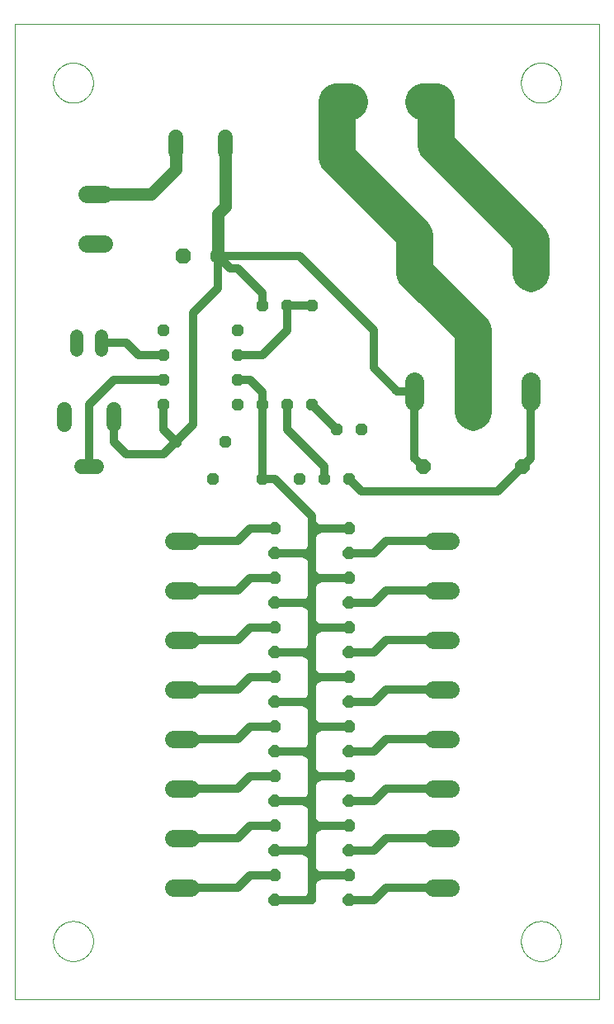
<source format=gtl>
G75*
%MOIN*%
%OFA0B0*%
%FSLAX25Y25*%
%IPPOS*%
%LPD*%
%AMOC8*
5,1,8,0,0,1.08239X$1,22.5*
%
%ADD10C,0.00000*%
%ADD11OC8,0.06300*%
%ADD12C,0.06300*%
%ADD13OC8,0.04800*%
%ADD14C,0.07050*%
%ADD15OC8,0.05906*%
%ADD16OC8,0.05000*%
%ADD17C,0.07800*%
%ADD18OC8,0.04724*%
%ADD19C,0.06000*%
%ADD20OC8,0.06000*%
%ADD21C,0.05400*%
%ADD22C,0.03200*%
%ADD23C,0.15000*%
%ADD24C,0.07087*%
%ADD25C,0.05000*%
%ADD26C,0.02400*%
D10*
X0001256Y0001256D02*
X0001256Y0394957D01*
X0237476Y0394957D01*
X0237476Y0001256D01*
X0001256Y0001256D01*
X0016807Y0024878D02*
X0016809Y0025076D01*
X0016817Y0025274D01*
X0016829Y0025472D01*
X0016846Y0025669D01*
X0016868Y0025866D01*
X0016894Y0026062D01*
X0016926Y0026258D01*
X0016962Y0026453D01*
X0017003Y0026646D01*
X0017049Y0026839D01*
X0017099Y0027031D01*
X0017155Y0027221D01*
X0017214Y0027410D01*
X0017279Y0027597D01*
X0017348Y0027783D01*
X0017421Y0027967D01*
X0017499Y0028149D01*
X0017582Y0028329D01*
X0017669Y0028507D01*
X0017760Y0028683D01*
X0017856Y0028856D01*
X0017955Y0029027D01*
X0018059Y0029196D01*
X0018167Y0029362D01*
X0018279Y0029525D01*
X0018395Y0029686D01*
X0018515Y0029844D01*
X0018639Y0029998D01*
X0018767Y0030150D01*
X0018898Y0030298D01*
X0019033Y0030443D01*
X0019171Y0030585D01*
X0019313Y0030723D01*
X0019458Y0030858D01*
X0019606Y0030989D01*
X0019758Y0031117D01*
X0019912Y0031241D01*
X0020070Y0031361D01*
X0020231Y0031477D01*
X0020394Y0031589D01*
X0020560Y0031697D01*
X0020729Y0031801D01*
X0020900Y0031900D01*
X0021073Y0031996D01*
X0021249Y0032087D01*
X0021427Y0032174D01*
X0021607Y0032257D01*
X0021789Y0032335D01*
X0021973Y0032408D01*
X0022159Y0032477D01*
X0022346Y0032542D01*
X0022535Y0032601D01*
X0022725Y0032657D01*
X0022917Y0032707D01*
X0023110Y0032753D01*
X0023303Y0032794D01*
X0023498Y0032830D01*
X0023694Y0032862D01*
X0023890Y0032888D01*
X0024087Y0032910D01*
X0024284Y0032927D01*
X0024482Y0032939D01*
X0024680Y0032947D01*
X0024878Y0032949D01*
X0025076Y0032947D01*
X0025274Y0032939D01*
X0025472Y0032927D01*
X0025669Y0032910D01*
X0025866Y0032888D01*
X0026062Y0032862D01*
X0026258Y0032830D01*
X0026453Y0032794D01*
X0026646Y0032753D01*
X0026839Y0032707D01*
X0027031Y0032657D01*
X0027221Y0032601D01*
X0027410Y0032542D01*
X0027597Y0032477D01*
X0027783Y0032408D01*
X0027967Y0032335D01*
X0028149Y0032257D01*
X0028329Y0032174D01*
X0028507Y0032087D01*
X0028683Y0031996D01*
X0028856Y0031900D01*
X0029027Y0031801D01*
X0029196Y0031697D01*
X0029362Y0031589D01*
X0029525Y0031477D01*
X0029686Y0031361D01*
X0029844Y0031241D01*
X0029998Y0031117D01*
X0030150Y0030989D01*
X0030298Y0030858D01*
X0030443Y0030723D01*
X0030585Y0030585D01*
X0030723Y0030443D01*
X0030858Y0030298D01*
X0030989Y0030150D01*
X0031117Y0029998D01*
X0031241Y0029844D01*
X0031361Y0029686D01*
X0031477Y0029525D01*
X0031589Y0029362D01*
X0031697Y0029196D01*
X0031801Y0029027D01*
X0031900Y0028856D01*
X0031996Y0028683D01*
X0032087Y0028507D01*
X0032174Y0028329D01*
X0032257Y0028149D01*
X0032335Y0027967D01*
X0032408Y0027783D01*
X0032477Y0027597D01*
X0032542Y0027410D01*
X0032601Y0027221D01*
X0032657Y0027031D01*
X0032707Y0026839D01*
X0032753Y0026646D01*
X0032794Y0026453D01*
X0032830Y0026258D01*
X0032862Y0026062D01*
X0032888Y0025866D01*
X0032910Y0025669D01*
X0032927Y0025472D01*
X0032939Y0025274D01*
X0032947Y0025076D01*
X0032949Y0024878D01*
X0032947Y0024680D01*
X0032939Y0024482D01*
X0032927Y0024284D01*
X0032910Y0024087D01*
X0032888Y0023890D01*
X0032862Y0023694D01*
X0032830Y0023498D01*
X0032794Y0023303D01*
X0032753Y0023110D01*
X0032707Y0022917D01*
X0032657Y0022725D01*
X0032601Y0022535D01*
X0032542Y0022346D01*
X0032477Y0022159D01*
X0032408Y0021973D01*
X0032335Y0021789D01*
X0032257Y0021607D01*
X0032174Y0021427D01*
X0032087Y0021249D01*
X0031996Y0021073D01*
X0031900Y0020900D01*
X0031801Y0020729D01*
X0031697Y0020560D01*
X0031589Y0020394D01*
X0031477Y0020231D01*
X0031361Y0020070D01*
X0031241Y0019912D01*
X0031117Y0019758D01*
X0030989Y0019606D01*
X0030858Y0019458D01*
X0030723Y0019313D01*
X0030585Y0019171D01*
X0030443Y0019033D01*
X0030298Y0018898D01*
X0030150Y0018767D01*
X0029998Y0018639D01*
X0029844Y0018515D01*
X0029686Y0018395D01*
X0029525Y0018279D01*
X0029362Y0018167D01*
X0029196Y0018059D01*
X0029027Y0017955D01*
X0028856Y0017856D01*
X0028683Y0017760D01*
X0028507Y0017669D01*
X0028329Y0017582D01*
X0028149Y0017499D01*
X0027967Y0017421D01*
X0027783Y0017348D01*
X0027597Y0017279D01*
X0027410Y0017214D01*
X0027221Y0017155D01*
X0027031Y0017099D01*
X0026839Y0017049D01*
X0026646Y0017003D01*
X0026453Y0016962D01*
X0026258Y0016926D01*
X0026062Y0016894D01*
X0025866Y0016868D01*
X0025669Y0016846D01*
X0025472Y0016829D01*
X0025274Y0016817D01*
X0025076Y0016809D01*
X0024878Y0016807D01*
X0024680Y0016809D01*
X0024482Y0016817D01*
X0024284Y0016829D01*
X0024087Y0016846D01*
X0023890Y0016868D01*
X0023694Y0016894D01*
X0023498Y0016926D01*
X0023303Y0016962D01*
X0023110Y0017003D01*
X0022917Y0017049D01*
X0022725Y0017099D01*
X0022535Y0017155D01*
X0022346Y0017214D01*
X0022159Y0017279D01*
X0021973Y0017348D01*
X0021789Y0017421D01*
X0021607Y0017499D01*
X0021427Y0017582D01*
X0021249Y0017669D01*
X0021073Y0017760D01*
X0020900Y0017856D01*
X0020729Y0017955D01*
X0020560Y0018059D01*
X0020394Y0018167D01*
X0020231Y0018279D01*
X0020070Y0018395D01*
X0019912Y0018515D01*
X0019758Y0018639D01*
X0019606Y0018767D01*
X0019458Y0018898D01*
X0019313Y0019033D01*
X0019171Y0019171D01*
X0019033Y0019313D01*
X0018898Y0019458D01*
X0018767Y0019606D01*
X0018639Y0019758D01*
X0018515Y0019912D01*
X0018395Y0020070D01*
X0018279Y0020231D01*
X0018167Y0020394D01*
X0018059Y0020560D01*
X0017955Y0020729D01*
X0017856Y0020900D01*
X0017760Y0021073D01*
X0017669Y0021249D01*
X0017582Y0021427D01*
X0017499Y0021607D01*
X0017421Y0021789D01*
X0017348Y0021973D01*
X0017279Y0022159D01*
X0017214Y0022346D01*
X0017155Y0022535D01*
X0017099Y0022725D01*
X0017049Y0022917D01*
X0017003Y0023110D01*
X0016962Y0023303D01*
X0016926Y0023498D01*
X0016894Y0023694D01*
X0016868Y0023890D01*
X0016846Y0024087D01*
X0016829Y0024284D01*
X0016817Y0024482D01*
X0016809Y0024680D01*
X0016807Y0024878D01*
X0205783Y0024878D02*
X0205785Y0025076D01*
X0205793Y0025274D01*
X0205805Y0025472D01*
X0205822Y0025669D01*
X0205844Y0025866D01*
X0205870Y0026062D01*
X0205902Y0026258D01*
X0205938Y0026453D01*
X0205979Y0026646D01*
X0206025Y0026839D01*
X0206075Y0027031D01*
X0206131Y0027221D01*
X0206190Y0027410D01*
X0206255Y0027597D01*
X0206324Y0027783D01*
X0206397Y0027967D01*
X0206475Y0028149D01*
X0206558Y0028329D01*
X0206645Y0028507D01*
X0206736Y0028683D01*
X0206832Y0028856D01*
X0206931Y0029027D01*
X0207035Y0029196D01*
X0207143Y0029362D01*
X0207255Y0029525D01*
X0207371Y0029686D01*
X0207491Y0029844D01*
X0207615Y0029998D01*
X0207743Y0030150D01*
X0207874Y0030298D01*
X0208009Y0030443D01*
X0208147Y0030585D01*
X0208289Y0030723D01*
X0208434Y0030858D01*
X0208582Y0030989D01*
X0208734Y0031117D01*
X0208888Y0031241D01*
X0209046Y0031361D01*
X0209207Y0031477D01*
X0209370Y0031589D01*
X0209536Y0031697D01*
X0209705Y0031801D01*
X0209876Y0031900D01*
X0210049Y0031996D01*
X0210225Y0032087D01*
X0210403Y0032174D01*
X0210583Y0032257D01*
X0210765Y0032335D01*
X0210949Y0032408D01*
X0211135Y0032477D01*
X0211322Y0032542D01*
X0211511Y0032601D01*
X0211701Y0032657D01*
X0211893Y0032707D01*
X0212086Y0032753D01*
X0212279Y0032794D01*
X0212474Y0032830D01*
X0212670Y0032862D01*
X0212866Y0032888D01*
X0213063Y0032910D01*
X0213260Y0032927D01*
X0213458Y0032939D01*
X0213656Y0032947D01*
X0213854Y0032949D01*
X0214052Y0032947D01*
X0214250Y0032939D01*
X0214448Y0032927D01*
X0214645Y0032910D01*
X0214842Y0032888D01*
X0215038Y0032862D01*
X0215234Y0032830D01*
X0215429Y0032794D01*
X0215622Y0032753D01*
X0215815Y0032707D01*
X0216007Y0032657D01*
X0216197Y0032601D01*
X0216386Y0032542D01*
X0216573Y0032477D01*
X0216759Y0032408D01*
X0216943Y0032335D01*
X0217125Y0032257D01*
X0217305Y0032174D01*
X0217483Y0032087D01*
X0217659Y0031996D01*
X0217832Y0031900D01*
X0218003Y0031801D01*
X0218172Y0031697D01*
X0218338Y0031589D01*
X0218501Y0031477D01*
X0218662Y0031361D01*
X0218820Y0031241D01*
X0218974Y0031117D01*
X0219126Y0030989D01*
X0219274Y0030858D01*
X0219419Y0030723D01*
X0219561Y0030585D01*
X0219699Y0030443D01*
X0219834Y0030298D01*
X0219965Y0030150D01*
X0220093Y0029998D01*
X0220217Y0029844D01*
X0220337Y0029686D01*
X0220453Y0029525D01*
X0220565Y0029362D01*
X0220673Y0029196D01*
X0220777Y0029027D01*
X0220876Y0028856D01*
X0220972Y0028683D01*
X0221063Y0028507D01*
X0221150Y0028329D01*
X0221233Y0028149D01*
X0221311Y0027967D01*
X0221384Y0027783D01*
X0221453Y0027597D01*
X0221518Y0027410D01*
X0221577Y0027221D01*
X0221633Y0027031D01*
X0221683Y0026839D01*
X0221729Y0026646D01*
X0221770Y0026453D01*
X0221806Y0026258D01*
X0221838Y0026062D01*
X0221864Y0025866D01*
X0221886Y0025669D01*
X0221903Y0025472D01*
X0221915Y0025274D01*
X0221923Y0025076D01*
X0221925Y0024878D01*
X0221923Y0024680D01*
X0221915Y0024482D01*
X0221903Y0024284D01*
X0221886Y0024087D01*
X0221864Y0023890D01*
X0221838Y0023694D01*
X0221806Y0023498D01*
X0221770Y0023303D01*
X0221729Y0023110D01*
X0221683Y0022917D01*
X0221633Y0022725D01*
X0221577Y0022535D01*
X0221518Y0022346D01*
X0221453Y0022159D01*
X0221384Y0021973D01*
X0221311Y0021789D01*
X0221233Y0021607D01*
X0221150Y0021427D01*
X0221063Y0021249D01*
X0220972Y0021073D01*
X0220876Y0020900D01*
X0220777Y0020729D01*
X0220673Y0020560D01*
X0220565Y0020394D01*
X0220453Y0020231D01*
X0220337Y0020070D01*
X0220217Y0019912D01*
X0220093Y0019758D01*
X0219965Y0019606D01*
X0219834Y0019458D01*
X0219699Y0019313D01*
X0219561Y0019171D01*
X0219419Y0019033D01*
X0219274Y0018898D01*
X0219126Y0018767D01*
X0218974Y0018639D01*
X0218820Y0018515D01*
X0218662Y0018395D01*
X0218501Y0018279D01*
X0218338Y0018167D01*
X0218172Y0018059D01*
X0218003Y0017955D01*
X0217832Y0017856D01*
X0217659Y0017760D01*
X0217483Y0017669D01*
X0217305Y0017582D01*
X0217125Y0017499D01*
X0216943Y0017421D01*
X0216759Y0017348D01*
X0216573Y0017279D01*
X0216386Y0017214D01*
X0216197Y0017155D01*
X0216007Y0017099D01*
X0215815Y0017049D01*
X0215622Y0017003D01*
X0215429Y0016962D01*
X0215234Y0016926D01*
X0215038Y0016894D01*
X0214842Y0016868D01*
X0214645Y0016846D01*
X0214448Y0016829D01*
X0214250Y0016817D01*
X0214052Y0016809D01*
X0213854Y0016807D01*
X0213656Y0016809D01*
X0213458Y0016817D01*
X0213260Y0016829D01*
X0213063Y0016846D01*
X0212866Y0016868D01*
X0212670Y0016894D01*
X0212474Y0016926D01*
X0212279Y0016962D01*
X0212086Y0017003D01*
X0211893Y0017049D01*
X0211701Y0017099D01*
X0211511Y0017155D01*
X0211322Y0017214D01*
X0211135Y0017279D01*
X0210949Y0017348D01*
X0210765Y0017421D01*
X0210583Y0017499D01*
X0210403Y0017582D01*
X0210225Y0017669D01*
X0210049Y0017760D01*
X0209876Y0017856D01*
X0209705Y0017955D01*
X0209536Y0018059D01*
X0209370Y0018167D01*
X0209207Y0018279D01*
X0209046Y0018395D01*
X0208888Y0018515D01*
X0208734Y0018639D01*
X0208582Y0018767D01*
X0208434Y0018898D01*
X0208289Y0019033D01*
X0208147Y0019171D01*
X0208009Y0019313D01*
X0207874Y0019458D01*
X0207743Y0019606D01*
X0207615Y0019758D01*
X0207491Y0019912D01*
X0207371Y0020070D01*
X0207255Y0020231D01*
X0207143Y0020394D01*
X0207035Y0020560D01*
X0206931Y0020729D01*
X0206832Y0020900D01*
X0206736Y0021073D01*
X0206645Y0021249D01*
X0206558Y0021427D01*
X0206475Y0021607D01*
X0206397Y0021789D01*
X0206324Y0021973D01*
X0206255Y0022159D01*
X0206190Y0022346D01*
X0206131Y0022535D01*
X0206075Y0022725D01*
X0206025Y0022917D01*
X0205979Y0023110D01*
X0205938Y0023303D01*
X0205902Y0023498D01*
X0205870Y0023694D01*
X0205844Y0023890D01*
X0205822Y0024087D01*
X0205805Y0024284D01*
X0205793Y0024482D01*
X0205785Y0024680D01*
X0205783Y0024878D01*
X0205783Y0371335D02*
X0205785Y0371533D01*
X0205793Y0371731D01*
X0205805Y0371929D01*
X0205822Y0372126D01*
X0205844Y0372323D01*
X0205870Y0372519D01*
X0205902Y0372715D01*
X0205938Y0372910D01*
X0205979Y0373103D01*
X0206025Y0373296D01*
X0206075Y0373488D01*
X0206131Y0373678D01*
X0206190Y0373867D01*
X0206255Y0374054D01*
X0206324Y0374240D01*
X0206397Y0374424D01*
X0206475Y0374606D01*
X0206558Y0374786D01*
X0206645Y0374964D01*
X0206736Y0375140D01*
X0206832Y0375313D01*
X0206931Y0375484D01*
X0207035Y0375653D01*
X0207143Y0375819D01*
X0207255Y0375982D01*
X0207371Y0376143D01*
X0207491Y0376301D01*
X0207615Y0376455D01*
X0207743Y0376607D01*
X0207874Y0376755D01*
X0208009Y0376900D01*
X0208147Y0377042D01*
X0208289Y0377180D01*
X0208434Y0377315D01*
X0208582Y0377446D01*
X0208734Y0377574D01*
X0208888Y0377698D01*
X0209046Y0377818D01*
X0209207Y0377934D01*
X0209370Y0378046D01*
X0209536Y0378154D01*
X0209705Y0378258D01*
X0209876Y0378357D01*
X0210049Y0378453D01*
X0210225Y0378544D01*
X0210403Y0378631D01*
X0210583Y0378714D01*
X0210765Y0378792D01*
X0210949Y0378865D01*
X0211135Y0378934D01*
X0211322Y0378999D01*
X0211511Y0379058D01*
X0211701Y0379114D01*
X0211893Y0379164D01*
X0212086Y0379210D01*
X0212279Y0379251D01*
X0212474Y0379287D01*
X0212670Y0379319D01*
X0212866Y0379345D01*
X0213063Y0379367D01*
X0213260Y0379384D01*
X0213458Y0379396D01*
X0213656Y0379404D01*
X0213854Y0379406D01*
X0214052Y0379404D01*
X0214250Y0379396D01*
X0214448Y0379384D01*
X0214645Y0379367D01*
X0214842Y0379345D01*
X0215038Y0379319D01*
X0215234Y0379287D01*
X0215429Y0379251D01*
X0215622Y0379210D01*
X0215815Y0379164D01*
X0216007Y0379114D01*
X0216197Y0379058D01*
X0216386Y0378999D01*
X0216573Y0378934D01*
X0216759Y0378865D01*
X0216943Y0378792D01*
X0217125Y0378714D01*
X0217305Y0378631D01*
X0217483Y0378544D01*
X0217659Y0378453D01*
X0217832Y0378357D01*
X0218003Y0378258D01*
X0218172Y0378154D01*
X0218338Y0378046D01*
X0218501Y0377934D01*
X0218662Y0377818D01*
X0218820Y0377698D01*
X0218974Y0377574D01*
X0219126Y0377446D01*
X0219274Y0377315D01*
X0219419Y0377180D01*
X0219561Y0377042D01*
X0219699Y0376900D01*
X0219834Y0376755D01*
X0219965Y0376607D01*
X0220093Y0376455D01*
X0220217Y0376301D01*
X0220337Y0376143D01*
X0220453Y0375982D01*
X0220565Y0375819D01*
X0220673Y0375653D01*
X0220777Y0375484D01*
X0220876Y0375313D01*
X0220972Y0375140D01*
X0221063Y0374964D01*
X0221150Y0374786D01*
X0221233Y0374606D01*
X0221311Y0374424D01*
X0221384Y0374240D01*
X0221453Y0374054D01*
X0221518Y0373867D01*
X0221577Y0373678D01*
X0221633Y0373488D01*
X0221683Y0373296D01*
X0221729Y0373103D01*
X0221770Y0372910D01*
X0221806Y0372715D01*
X0221838Y0372519D01*
X0221864Y0372323D01*
X0221886Y0372126D01*
X0221903Y0371929D01*
X0221915Y0371731D01*
X0221923Y0371533D01*
X0221925Y0371335D01*
X0221923Y0371137D01*
X0221915Y0370939D01*
X0221903Y0370741D01*
X0221886Y0370544D01*
X0221864Y0370347D01*
X0221838Y0370151D01*
X0221806Y0369955D01*
X0221770Y0369760D01*
X0221729Y0369567D01*
X0221683Y0369374D01*
X0221633Y0369182D01*
X0221577Y0368992D01*
X0221518Y0368803D01*
X0221453Y0368616D01*
X0221384Y0368430D01*
X0221311Y0368246D01*
X0221233Y0368064D01*
X0221150Y0367884D01*
X0221063Y0367706D01*
X0220972Y0367530D01*
X0220876Y0367357D01*
X0220777Y0367186D01*
X0220673Y0367017D01*
X0220565Y0366851D01*
X0220453Y0366688D01*
X0220337Y0366527D01*
X0220217Y0366369D01*
X0220093Y0366215D01*
X0219965Y0366063D01*
X0219834Y0365915D01*
X0219699Y0365770D01*
X0219561Y0365628D01*
X0219419Y0365490D01*
X0219274Y0365355D01*
X0219126Y0365224D01*
X0218974Y0365096D01*
X0218820Y0364972D01*
X0218662Y0364852D01*
X0218501Y0364736D01*
X0218338Y0364624D01*
X0218172Y0364516D01*
X0218003Y0364412D01*
X0217832Y0364313D01*
X0217659Y0364217D01*
X0217483Y0364126D01*
X0217305Y0364039D01*
X0217125Y0363956D01*
X0216943Y0363878D01*
X0216759Y0363805D01*
X0216573Y0363736D01*
X0216386Y0363671D01*
X0216197Y0363612D01*
X0216007Y0363556D01*
X0215815Y0363506D01*
X0215622Y0363460D01*
X0215429Y0363419D01*
X0215234Y0363383D01*
X0215038Y0363351D01*
X0214842Y0363325D01*
X0214645Y0363303D01*
X0214448Y0363286D01*
X0214250Y0363274D01*
X0214052Y0363266D01*
X0213854Y0363264D01*
X0213656Y0363266D01*
X0213458Y0363274D01*
X0213260Y0363286D01*
X0213063Y0363303D01*
X0212866Y0363325D01*
X0212670Y0363351D01*
X0212474Y0363383D01*
X0212279Y0363419D01*
X0212086Y0363460D01*
X0211893Y0363506D01*
X0211701Y0363556D01*
X0211511Y0363612D01*
X0211322Y0363671D01*
X0211135Y0363736D01*
X0210949Y0363805D01*
X0210765Y0363878D01*
X0210583Y0363956D01*
X0210403Y0364039D01*
X0210225Y0364126D01*
X0210049Y0364217D01*
X0209876Y0364313D01*
X0209705Y0364412D01*
X0209536Y0364516D01*
X0209370Y0364624D01*
X0209207Y0364736D01*
X0209046Y0364852D01*
X0208888Y0364972D01*
X0208734Y0365096D01*
X0208582Y0365224D01*
X0208434Y0365355D01*
X0208289Y0365490D01*
X0208147Y0365628D01*
X0208009Y0365770D01*
X0207874Y0365915D01*
X0207743Y0366063D01*
X0207615Y0366215D01*
X0207491Y0366369D01*
X0207371Y0366527D01*
X0207255Y0366688D01*
X0207143Y0366851D01*
X0207035Y0367017D01*
X0206931Y0367186D01*
X0206832Y0367357D01*
X0206736Y0367530D01*
X0206645Y0367706D01*
X0206558Y0367884D01*
X0206475Y0368064D01*
X0206397Y0368246D01*
X0206324Y0368430D01*
X0206255Y0368616D01*
X0206190Y0368803D01*
X0206131Y0368992D01*
X0206075Y0369182D01*
X0206025Y0369374D01*
X0205979Y0369567D01*
X0205938Y0369760D01*
X0205902Y0369955D01*
X0205870Y0370151D01*
X0205844Y0370347D01*
X0205822Y0370544D01*
X0205805Y0370741D01*
X0205793Y0370939D01*
X0205785Y0371137D01*
X0205783Y0371335D01*
X0016807Y0371335D02*
X0016809Y0371533D01*
X0016817Y0371731D01*
X0016829Y0371929D01*
X0016846Y0372126D01*
X0016868Y0372323D01*
X0016894Y0372519D01*
X0016926Y0372715D01*
X0016962Y0372910D01*
X0017003Y0373103D01*
X0017049Y0373296D01*
X0017099Y0373488D01*
X0017155Y0373678D01*
X0017214Y0373867D01*
X0017279Y0374054D01*
X0017348Y0374240D01*
X0017421Y0374424D01*
X0017499Y0374606D01*
X0017582Y0374786D01*
X0017669Y0374964D01*
X0017760Y0375140D01*
X0017856Y0375313D01*
X0017955Y0375484D01*
X0018059Y0375653D01*
X0018167Y0375819D01*
X0018279Y0375982D01*
X0018395Y0376143D01*
X0018515Y0376301D01*
X0018639Y0376455D01*
X0018767Y0376607D01*
X0018898Y0376755D01*
X0019033Y0376900D01*
X0019171Y0377042D01*
X0019313Y0377180D01*
X0019458Y0377315D01*
X0019606Y0377446D01*
X0019758Y0377574D01*
X0019912Y0377698D01*
X0020070Y0377818D01*
X0020231Y0377934D01*
X0020394Y0378046D01*
X0020560Y0378154D01*
X0020729Y0378258D01*
X0020900Y0378357D01*
X0021073Y0378453D01*
X0021249Y0378544D01*
X0021427Y0378631D01*
X0021607Y0378714D01*
X0021789Y0378792D01*
X0021973Y0378865D01*
X0022159Y0378934D01*
X0022346Y0378999D01*
X0022535Y0379058D01*
X0022725Y0379114D01*
X0022917Y0379164D01*
X0023110Y0379210D01*
X0023303Y0379251D01*
X0023498Y0379287D01*
X0023694Y0379319D01*
X0023890Y0379345D01*
X0024087Y0379367D01*
X0024284Y0379384D01*
X0024482Y0379396D01*
X0024680Y0379404D01*
X0024878Y0379406D01*
X0025076Y0379404D01*
X0025274Y0379396D01*
X0025472Y0379384D01*
X0025669Y0379367D01*
X0025866Y0379345D01*
X0026062Y0379319D01*
X0026258Y0379287D01*
X0026453Y0379251D01*
X0026646Y0379210D01*
X0026839Y0379164D01*
X0027031Y0379114D01*
X0027221Y0379058D01*
X0027410Y0378999D01*
X0027597Y0378934D01*
X0027783Y0378865D01*
X0027967Y0378792D01*
X0028149Y0378714D01*
X0028329Y0378631D01*
X0028507Y0378544D01*
X0028683Y0378453D01*
X0028856Y0378357D01*
X0029027Y0378258D01*
X0029196Y0378154D01*
X0029362Y0378046D01*
X0029525Y0377934D01*
X0029686Y0377818D01*
X0029844Y0377698D01*
X0029998Y0377574D01*
X0030150Y0377446D01*
X0030298Y0377315D01*
X0030443Y0377180D01*
X0030585Y0377042D01*
X0030723Y0376900D01*
X0030858Y0376755D01*
X0030989Y0376607D01*
X0031117Y0376455D01*
X0031241Y0376301D01*
X0031361Y0376143D01*
X0031477Y0375982D01*
X0031589Y0375819D01*
X0031697Y0375653D01*
X0031801Y0375484D01*
X0031900Y0375313D01*
X0031996Y0375140D01*
X0032087Y0374964D01*
X0032174Y0374786D01*
X0032257Y0374606D01*
X0032335Y0374424D01*
X0032408Y0374240D01*
X0032477Y0374054D01*
X0032542Y0373867D01*
X0032601Y0373678D01*
X0032657Y0373488D01*
X0032707Y0373296D01*
X0032753Y0373103D01*
X0032794Y0372910D01*
X0032830Y0372715D01*
X0032862Y0372519D01*
X0032888Y0372323D01*
X0032910Y0372126D01*
X0032927Y0371929D01*
X0032939Y0371731D01*
X0032947Y0371533D01*
X0032949Y0371335D01*
X0032947Y0371137D01*
X0032939Y0370939D01*
X0032927Y0370741D01*
X0032910Y0370544D01*
X0032888Y0370347D01*
X0032862Y0370151D01*
X0032830Y0369955D01*
X0032794Y0369760D01*
X0032753Y0369567D01*
X0032707Y0369374D01*
X0032657Y0369182D01*
X0032601Y0368992D01*
X0032542Y0368803D01*
X0032477Y0368616D01*
X0032408Y0368430D01*
X0032335Y0368246D01*
X0032257Y0368064D01*
X0032174Y0367884D01*
X0032087Y0367706D01*
X0031996Y0367530D01*
X0031900Y0367357D01*
X0031801Y0367186D01*
X0031697Y0367017D01*
X0031589Y0366851D01*
X0031477Y0366688D01*
X0031361Y0366527D01*
X0031241Y0366369D01*
X0031117Y0366215D01*
X0030989Y0366063D01*
X0030858Y0365915D01*
X0030723Y0365770D01*
X0030585Y0365628D01*
X0030443Y0365490D01*
X0030298Y0365355D01*
X0030150Y0365224D01*
X0029998Y0365096D01*
X0029844Y0364972D01*
X0029686Y0364852D01*
X0029525Y0364736D01*
X0029362Y0364624D01*
X0029196Y0364516D01*
X0029027Y0364412D01*
X0028856Y0364313D01*
X0028683Y0364217D01*
X0028507Y0364126D01*
X0028329Y0364039D01*
X0028149Y0363956D01*
X0027967Y0363878D01*
X0027783Y0363805D01*
X0027597Y0363736D01*
X0027410Y0363671D01*
X0027221Y0363612D01*
X0027031Y0363556D01*
X0026839Y0363506D01*
X0026646Y0363460D01*
X0026453Y0363419D01*
X0026258Y0363383D01*
X0026062Y0363351D01*
X0025866Y0363325D01*
X0025669Y0363303D01*
X0025472Y0363286D01*
X0025274Y0363274D01*
X0025076Y0363266D01*
X0024878Y0363264D01*
X0024680Y0363266D01*
X0024482Y0363274D01*
X0024284Y0363286D01*
X0024087Y0363303D01*
X0023890Y0363325D01*
X0023694Y0363351D01*
X0023498Y0363383D01*
X0023303Y0363419D01*
X0023110Y0363460D01*
X0022917Y0363506D01*
X0022725Y0363556D01*
X0022535Y0363612D01*
X0022346Y0363671D01*
X0022159Y0363736D01*
X0021973Y0363805D01*
X0021789Y0363878D01*
X0021607Y0363956D01*
X0021427Y0364039D01*
X0021249Y0364126D01*
X0021073Y0364217D01*
X0020900Y0364313D01*
X0020729Y0364412D01*
X0020560Y0364516D01*
X0020394Y0364624D01*
X0020231Y0364736D01*
X0020070Y0364852D01*
X0019912Y0364972D01*
X0019758Y0365096D01*
X0019606Y0365224D01*
X0019458Y0365355D01*
X0019313Y0365490D01*
X0019171Y0365628D01*
X0019033Y0365770D01*
X0018898Y0365915D01*
X0018767Y0366063D01*
X0018639Y0366215D01*
X0018515Y0366369D01*
X0018395Y0366527D01*
X0018279Y0366688D01*
X0018167Y0366851D01*
X0018059Y0367017D01*
X0017955Y0367186D01*
X0017856Y0367357D01*
X0017760Y0367530D01*
X0017669Y0367706D01*
X0017582Y0367884D01*
X0017499Y0368064D01*
X0017421Y0368246D01*
X0017348Y0368430D01*
X0017279Y0368616D01*
X0017214Y0368803D01*
X0017155Y0368992D01*
X0017099Y0369182D01*
X0017049Y0369374D01*
X0017003Y0369567D01*
X0016962Y0369760D01*
X0016926Y0369955D01*
X0016894Y0370151D01*
X0016868Y0370347D01*
X0016846Y0370544D01*
X0016829Y0370741D01*
X0016817Y0370939D01*
X0016809Y0371137D01*
X0016807Y0371335D01*
D11*
X0069256Y0301256D03*
D12*
X0083256Y0301256D03*
D13*
X0101256Y0281256D03*
X0111256Y0281256D03*
X0121256Y0281256D03*
X0121256Y0241256D03*
X0111256Y0241256D03*
X0101256Y0241256D03*
X0086256Y0226256D03*
X0081256Y0211256D03*
X0066256Y0226256D03*
X0101256Y0211256D03*
X0131256Y0231256D03*
X0141256Y0231256D03*
D14*
X0170231Y0186256D02*
X0177281Y0186256D01*
X0177281Y0166256D02*
X0170231Y0166256D01*
X0170231Y0146256D02*
X0177281Y0146256D01*
X0177281Y0126256D02*
X0170231Y0126256D01*
X0170231Y0106256D02*
X0177281Y0106256D01*
X0177281Y0086256D02*
X0170231Y0086256D01*
X0170231Y0066256D02*
X0177281Y0066256D01*
X0177281Y0046256D02*
X0170231Y0046256D01*
X0072281Y0046256D02*
X0065231Y0046256D01*
X0065231Y0066256D02*
X0072281Y0066256D01*
X0072281Y0086256D02*
X0065231Y0086256D01*
X0065231Y0106256D02*
X0072281Y0106256D01*
X0072281Y0126256D02*
X0065231Y0126256D01*
X0065231Y0146256D02*
X0072281Y0146256D01*
X0072281Y0166256D02*
X0065231Y0166256D01*
X0065231Y0186256D02*
X0072281Y0186256D01*
X0037281Y0306256D02*
X0030231Y0306256D01*
X0030231Y0326256D02*
X0037281Y0326256D01*
X0131256Y0360231D02*
X0131256Y0367281D01*
X0171256Y0367281D02*
X0171256Y0360231D01*
D15*
X0166256Y0216256D03*
X0206256Y0216256D03*
D16*
X0136256Y0191256D03*
X0136256Y0181256D03*
X0136256Y0171256D03*
X0136256Y0161256D03*
X0136256Y0151256D03*
X0136256Y0141256D03*
X0136256Y0131256D03*
X0136256Y0121256D03*
X0136256Y0111256D03*
X0136256Y0101256D03*
X0136256Y0091256D03*
X0136256Y0081256D03*
X0136256Y0071256D03*
X0136256Y0061256D03*
X0136256Y0051256D03*
X0136256Y0041256D03*
X0106256Y0041256D03*
X0106256Y0051256D03*
X0106256Y0061256D03*
X0106256Y0071256D03*
X0106256Y0081256D03*
X0106256Y0091256D03*
X0106256Y0101256D03*
X0106256Y0111256D03*
X0106256Y0121256D03*
X0106256Y0131256D03*
X0106256Y0141256D03*
X0106256Y0151256D03*
X0106256Y0161256D03*
X0106256Y0171256D03*
X0106256Y0181256D03*
X0106256Y0191256D03*
D17*
X0162756Y0242856D02*
X0162756Y0250656D01*
X0186256Y0242656D02*
X0186256Y0234856D01*
X0209756Y0242856D02*
X0209756Y0250656D01*
X0209756Y0290856D02*
X0209756Y0298656D01*
X0162756Y0298656D02*
X0162756Y0290856D01*
D18*
X0171256Y0286256D03*
X0181256Y0276256D03*
X0186256Y0266256D03*
X0186256Y0251256D03*
X0206256Y0311256D03*
X0196256Y0321256D03*
X0181256Y0336256D03*
X0171256Y0346256D03*
X0151256Y0321256D03*
X0161256Y0311256D03*
X0136256Y0336256D03*
X0131256Y0346256D03*
X0091256Y0271256D03*
X0091256Y0261256D03*
X0091256Y0251256D03*
X0091256Y0241256D03*
X0116256Y0211256D03*
X0126256Y0211256D03*
X0136256Y0211256D03*
X0061256Y0241256D03*
X0061256Y0251256D03*
X0061256Y0261256D03*
X0061256Y0271256D03*
D19*
X0041256Y0239256D02*
X0041256Y0233256D01*
X0034256Y0216256D02*
X0028256Y0216256D01*
X0021256Y0233256D02*
X0021256Y0239256D01*
X0066256Y0343256D02*
X0066256Y0349256D01*
X0086256Y0349256D02*
X0086256Y0343256D01*
D20*
X0146256Y0331256D03*
X0186256Y0331256D03*
D21*
X0036256Y0268956D02*
X0036256Y0263556D01*
X0026256Y0263556D02*
X0026256Y0268956D01*
D22*
X0036256Y0266256D02*
X0046256Y0266256D01*
X0051256Y0261256D01*
X0061256Y0261256D01*
X0061256Y0251256D02*
X0041256Y0251256D01*
X0031256Y0241256D01*
X0031256Y0216256D01*
X0041256Y0226256D02*
X0046256Y0221256D01*
X0061256Y0221256D01*
X0066256Y0226256D01*
X0073256Y0233256D01*
X0073256Y0278256D01*
X0083256Y0288256D01*
X0083256Y0301256D01*
X0088256Y0296256D01*
X0091256Y0296256D01*
X0101256Y0286256D01*
X0101256Y0281256D01*
X0111256Y0281256D02*
X0111256Y0271256D01*
X0101256Y0261256D01*
X0091256Y0261256D01*
X0091256Y0251256D02*
X0096256Y0251256D01*
X0101256Y0246256D01*
X0101256Y0241256D01*
X0101256Y0211256D01*
X0106256Y0211256D01*
X0121256Y0196256D01*
X0121256Y0191256D01*
X0126256Y0191256D01*
X0136256Y0191256D01*
X0136256Y0181256D02*
X0146256Y0181256D01*
X0151256Y0186256D01*
X0173756Y0186256D01*
X0173756Y0166256D02*
X0151256Y0166256D01*
X0146256Y0161256D01*
X0136256Y0161256D01*
X0136256Y0151256D02*
X0126256Y0151256D01*
X0121256Y0151256D01*
X0121256Y0146256D01*
X0121256Y0141256D01*
X0116256Y0141256D01*
X0106256Y0141256D01*
X0106256Y0151256D02*
X0096256Y0151256D01*
X0091256Y0146256D01*
X0068756Y0146256D01*
X0068756Y0166256D02*
X0091256Y0166256D01*
X0096256Y0171256D01*
X0106256Y0171256D01*
X0106256Y0181256D02*
X0116256Y0181256D01*
X0121256Y0181256D01*
X0121256Y0176256D01*
X0121256Y0171256D01*
X0126256Y0171256D01*
X0136256Y0171256D01*
X0121256Y0171256D02*
X0121256Y0166256D01*
X0121256Y0161256D01*
X0116256Y0161256D01*
X0106256Y0161256D01*
X0121256Y0161256D02*
X0121256Y0156256D01*
X0121256Y0151256D01*
X0121256Y0141256D02*
X0121256Y0136256D01*
X0121256Y0131256D01*
X0126256Y0131256D01*
X0136256Y0131256D01*
X0136256Y0121256D02*
X0146256Y0121256D01*
X0151256Y0126256D01*
X0173756Y0126256D01*
X0173756Y0146256D02*
X0151256Y0146256D01*
X0146256Y0141256D01*
X0136256Y0141256D01*
X0121256Y0131256D02*
X0121256Y0126256D01*
X0121256Y0121256D01*
X0116256Y0121256D01*
X0106256Y0121256D01*
X0106256Y0131256D02*
X0096256Y0131256D01*
X0091256Y0126256D01*
X0068756Y0126256D01*
X0068756Y0106256D02*
X0091256Y0106256D01*
X0096256Y0111256D01*
X0106256Y0111256D01*
X0106256Y0101256D02*
X0116256Y0101256D01*
X0121256Y0101256D01*
X0121256Y0096256D01*
X0121256Y0091256D01*
X0126256Y0091256D01*
X0136256Y0091256D01*
X0136256Y0081256D02*
X0146256Y0081256D01*
X0151256Y0086256D01*
X0173756Y0086256D01*
X0173756Y0106256D02*
X0151256Y0106256D01*
X0146256Y0101256D01*
X0136256Y0101256D01*
X0136256Y0111256D02*
X0126256Y0111256D01*
X0121256Y0111256D01*
X0121256Y0106256D01*
X0121256Y0101256D01*
X0121256Y0111256D02*
X0121256Y0116256D01*
X0121256Y0121256D01*
X0121256Y0091256D02*
X0121256Y0086256D01*
X0121256Y0081256D01*
X0116256Y0081256D01*
X0106256Y0081256D01*
X0106256Y0091256D02*
X0096256Y0091256D01*
X0091256Y0086256D01*
X0068756Y0086256D01*
X0068756Y0066256D02*
X0091256Y0066256D01*
X0096256Y0071256D01*
X0106256Y0071256D01*
X0106256Y0061256D02*
X0116256Y0061256D01*
X0121256Y0061256D01*
X0121256Y0056256D01*
X0121256Y0051256D01*
X0126256Y0051256D01*
X0136256Y0051256D01*
X0136256Y0061256D02*
X0146256Y0061256D01*
X0151256Y0066256D01*
X0173756Y0066256D01*
X0173756Y0046256D02*
X0151256Y0046256D01*
X0146256Y0041256D01*
X0136256Y0041256D01*
X0121256Y0041256D02*
X0116256Y0041256D01*
X0106256Y0041256D01*
X0106256Y0051256D02*
X0096256Y0051256D01*
X0091256Y0046256D01*
X0068756Y0046256D01*
X0121256Y0046256D02*
X0121256Y0041256D01*
X0121256Y0046256D02*
X0121256Y0051256D01*
X0121256Y0061256D02*
X0121256Y0066256D01*
X0121256Y0071256D01*
X0126256Y0071256D01*
X0136256Y0071256D01*
X0121256Y0071256D02*
X0121256Y0076256D01*
X0121256Y0081256D01*
X0121256Y0181256D02*
X0121256Y0186256D01*
X0121256Y0191256D01*
X0126256Y0211256D02*
X0126256Y0216256D01*
X0111256Y0231256D01*
X0111256Y0241256D01*
X0121256Y0241256D02*
X0131256Y0231256D01*
X0136256Y0211256D02*
X0141256Y0206256D01*
X0196256Y0206256D01*
X0206256Y0216256D01*
X0209756Y0219756D01*
X0209756Y0246756D01*
X0166256Y0216256D02*
X0162756Y0219756D01*
X0162756Y0246756D01*
X0155756Y0246756D01*
X0146256Y0256256D01*
X0146256Y0271256D01*
X0116256Y0301256D01*
X0083256Y0301256D01*
X0111256Y0281256D02*
X0121256Y0281256D01*
X0141256Y0331256D02*
X0146256Y0331256D01*
X0061256Y0231256D02*
X0066256Y0226256D01*
X0061256Y0231256D02*
X0061256Y0241256D01*
X0041256Y0236256D02*
X0041256Y0226256D01*
X0068756Y0186256D02*
X0091256Y0186256D01*
X0096256Y0191256D01*
X0106256Y0191256D01*
D23*
X0171256Y0286256D02*
X0162756Y0294756D01*
X0162756Y0309756D01*
X0161256Y0311256D01*
X0151256Y0321256D01*
X0141256Y0331256D01*
X0136256Y0336256D01*
X0131256Y0341256D01*
X0131256Y0346256D01*
X0131256Y0363756D01*
X0136256Y0363756D01*
X0166256Y0363756D02*
X0171256Y0363756D01*
X0171256Y0346256D01*
X0181256Y0336256D01*
X0186256Y0331256D01*
X0196256Y0321256D01*
X0206256Y0311256D01*
X0209756Y0307756D01*
X0209756Y0294756D01*
X0186256Y0271256D02*
X0186256Y0266256D01*
X0186256Y0251256D01*
X0186256Y0238756D01*
X0186256Y0271256D02*
X0181256Y0276256D01*
X0171256Y0286256D01*
D24*
X0166256Y0363756D03*
X0136256Y0363756D03*
D25*
X0086256Y0346256D02*
X0086256Y0321256D01*
X0083256Y0318256D01*
X0083256Y0301256D01*
X0056256Y0326256D02*
X0066256Y0336256D01*
X0066256Y0346256D01*
X0056256Y0326256D02*
X0033756Y0326256D01*
D26*
X0121256Y0186256D02*
X0121254Y0186116D01*
X0121248Y0185976D01*
X0121238Y0185836D01*
X0121225Y0185696D01*
X0121207Y0185557D01*
X0121185Y0185418D01*
X0121160Y0185281D01*
X0121131Y0185143D01*
X0121098Y0185007D01*
X0121061Y0184872D01*
X0121020Y0184738D01*
X0120975Y0184605D01*
X0120927Y0184473D01*
X0120875Y0184343D01*
X0120820Y0184214D01*
X0120761Y0184087D01*
X0120698Y0183961D01*
X0120632Y0183837D01*
X0120563Y0183716D01*
X0120490Y0183596D01*
X0120413Y0183478D01*
X0120334Y0183363D01*
X0120251Y0183249D01*
X0120165Y0183139D01*
X0120076Y0183030D01*
X0119984Y0182924D01*
X0119889Y0182821D01*
X0119792Y0182720D01*
X0119691Y0182623D01*
X0119588Y0182528D01*
X0119482Y0182436D01*
X0119373Y0182347D01*
X0119263Y0182261D01*
X0119149Y0182178D01*
X0119034Y0182099D01*
X0118916Y0182022D01*
X0118796Y0181949D01*
X0118675Y0181880D01*
X0118551Y0181814D01*
X0118425Y0181751D01*
X0118298Y0181692D01*
X0118169Y0181637D01*
X0118039Y0181585D01*
X0117907Y0181537D01*
X0117774Y0181492D01*
X0117640Y0181451D01*
X0117505Y0181414D01*
X0117369Y0181381D01*
X0117231Y0181352D01*
X0117094Y0181327D01*
X0116955Y0181305D01*
X0116816Y0181287D01*
X0116676Y0181274D01*
X0116536Y0181264D01*
X0116396Y0181258D01*
X0116256Y0181256D01*
X0116396Y0181254D01*
X0116536Y0181248D01*
X0116676Y0181238D01*
X0116816Y0181225D01*
X0116955Y0181207D01*
X0117094Y0181185D01*
X0117231Y0181160D01*
X0117369Y0181131D01*
X0117505Y0181098D01*
X0117640Y0181061D01*
X0117774Y0181020D01*
X0117907Y0180975D01*
X0118039Y0180927D01*
X0118169Y0180875D01*
X0118298Y0180820D01*
X0118425Y0180761D01*
X0118551Y0180698D01*
X0118675Y0180632D01*
X0118796Y0180563D01*
X0118916Y0180490D01*
X0119034Y0180413D01*
X0119149Y0180334D01*
X0119263Y0180251D01*
X0119373Y0180165D01*
X0119482Y0180076D01*
X0119588Y0179984D01*
X0119691Y0179889D01*
X0119792Y0179792D01*
X0119889Y0179691D01*
X0119984Y0179588D01*
X0120076Y0179482D01*
X0120165Y0179373D01*
X0120251Y0179263D01*
X0120334Y0179149D01*
X0120413Y0179034D01*
X0120490Y0178916D01*
X0120563Y0178796D01*
X0120632Y0178675D01*
X0120698Y0178551D01*
X0120761Y0178425D01*
X0120820Y0178298D01*
X0120875Y0178169D01*
X0120927Y0178039D01*
X0120975Y0177907D01*
X0121020Y0177774D01*
X0121061Y0177640D01*
X0121098Y0177505D01*
X0121131Y0177369D01*
X0121160Y0177231D01*
X0121185Y0177094D01*
X0121207Y0176955D01*
X0121225Y0176816D01*
X0121238Y0176676D01*
X0121248Y0176536D01*
X0121254Y0176396D01*
X0121256Y0176256D01*
X0121258Y0176116D01*
X0121264Y0175976D01*
X0121274Y0175836D01*
X0121287Y0175696D01*
X0121305Y0175557D01*
X0121327Y0175418D01*
X0121352Y0175281D01*
X0121381Y0175143D01*
X0121414Y0175007D01*
X0121451Y0174872D01*
X0121492Y0174738D01*
X0121537Y0174605D01*
X0121585Y0174473D01*
X0121637Y0174343D01*
X0121692Y0174214D01*
X0121751Y0174087D01*
X0121814Y0173961D01*
X0121880Y0173837D01*
X0121949Y0173716D01*
X0122022Y0173596D01*
X0122099Y0173478D01*
X0122178Y0173363D01*
X0122261Y0173249D01*
X0122347Y0173139D01*
X0122436Y0173030D01*
X0122528Y0172924D01*
X0122623Y0172821D01*
X0122720Y0172720D01*
X0122821Y0172623D01*
X0122924Y0172528D01*
X0123030Y0172436D01*
X0123139Y0172347D01*
X0123249Y0172261D01*
X0123363Y0172178D01*
X0123478Y0172099D01*
X0123596Y0172022D01*
X0123716Y0171949D01*
X0123837Y0171880D01*
X0123961Y0171814D01*
X0124087Y0171751D01*
X0124214Y0171692D01*
X0124343Y0171637D01*
X0124473Y0171585D01*
X0124605Y0171537D01*
X0124738Y0171492D01*
X0124872Y0171451D01*
X0125007Y0171414D01*
X0125143Y0171381D01*
X0125281Y0171352D01*
X0125418Y0171327D01*
X0125557Y0171305D01*
X0125696Y0171287D01*
X0125836Y0171274D01*
X0125976Y0171264D01*
X0126116Y0171258D01*
X0126256Y0171256D01*
X0126116Y0171254D01*
X0125976Y0171248D01*
X0125836Y0171238D01*
X0125696Y0171225D01*
X0125557Y0171207D01*
X0125418Y0171185D01*
X0125281Y0171160D01*
X0125143Y0171131D01*
X0125007Y0171098D01*
X0124872Y0171061D01*
X0124738Y0171020D01*
X0124605Y0170975D01*
X0124473Y0170927D01*
X0124343Y0170875D01*
X0124214Y0170820D01*
X0124087Y0170761D01*
X0123961Y0170698D01*
X0123837Y0170632D01*
X0123716Y0170563D01*
X0123596Y0170490D01*
X0123478Y0170413D01*
X0123363Y0170334D01*
X0123249Y0170251D01*
X0123139Y0170165D01*
X0123030Y0170076D01*
X0122924Y0169984D01*
X0122821Y0169889D01*
X0122720Y0169792D01*
X0122623Y0169691D01*
X0122528Y0169588D01*
X0122436Y0169482D01*
X0122347Y0169373D01*
X0122261Y0169263D01*
X0122178Y0169149D01*
X0122099Y0169034D01*
X0122022Y0168916D01*
X0121949Y0168796D01*
X0121880Y0168675D01*
X0121814Y0168551D01*
X0121751Y0168425D01*
X0121692Y0168298D01*
X0121637Y0168169D01*
X0121585Y0168039D01*
X0121537Y0167907D01*
X0121492Y0167774D01*
X0121451Y0167640D01*
X0121414Y0167505D01*
X0121381Y0167369D01*
X0121352Y0167231D01*
X0121327Y0167094D01*
X0121305Y0166955D01*
X0121287Y0166816D01*
X0121274Y0166676D01*
X0121264Y0166536D01*
X0121258Y0166396D01*
X0121256Y0166256D01*
X0121254Y0166116D01*
X0121248Y0165976D01*
X0121238Y0165836D01*
X0121225Y0165696D01*
X0121207Y0165557D01*
X0121185Y0165418D01*
X0121160Y0165281D01*
X0121131Y0165143D01*
X0121098Y0165007D01*
X0121061Y0164872D01*
X0121020Y0164738D01*
X0120975Y0164605D01*
X0120927Y0164473D01*
X0120875Y0164343D01*
X0120820Y0164214D01*
X0120761Y0164087D01*
X0120698Y0163961D01*
X0120632Y0163837D01*
X0120563Y0163716D01*
X0120490Y0163596D01*
X0120413Y0163478D01*
X0120334Y0163363D01*
X0120251Y0163249D01*
X0120165Y0163139D01*
X0120076Y0163030D01*
X0119984Y0162924D01*
X0119889Y0162821D01*
X0119792Y0162720D01*
X0119691Y0162623D01*
X0119588Y0162528D01*
X0119482Y0162436D01*
X0119373Y0162347D01*
X0119263Y0162261D01*
X0119149Y0162178D01*
X0119034Y0162099D01*
X0118916Y0162022D01*
X0118796Y0161949D01*
X0118675Y0161880D01*
X0118551Y0161814D01*
X0118425Y0161751D01*
X0118298Y0161692D01*
X0118169Y0161637D01*
X0118039Y0161585D01*
X0117907Y0161537D01*
X0117774Y0161492D01*
X0117640Y0161451D01*
X0117505Y0161414D01*
X0117369Y0161381D01*
X0117231Y0161352D01*
X0117094Y0161327D01*
X0116955Y0161305D01*
X0116816Y0161287D01*
X0116676Y0161274D01*
X0116536Y0161264D01*
X0116396Y0161258D01*
X0116256Y0161256D01*
X0116396Y0161254D01*
X0116536Y0161248D01*
X0116676Y0161238D01*
X0116816Y0161225D01*
X0116955Y0161207D01*
X0117094Y0161185D01*
X0117231Y0161160D01*
X0117369Y0161131D01*
X0117505Y0161098D01*
X0117640Y0161061D01*
X0117774Y0161020D01*
X0117907Y0160975D01*
X0118039Y0160927D01*
X0118169Y0160875D01*
X0118298Y0160820D01*
X0118425Y0160761D01*
X0118551Y0160698D01*
X0118675Y0160632D01*
X0118796Y0160563D01*
X0118916Y0160490D01*
X0119034Y0160413D01*
X0119149Y0160334D01*
X0119263Y0160251D01*
X0119373Y0160165D01*
X0119482Y0160076D01*
X0119588Y0159984D01*
X0119691Y0159889D01*
X0119792Y0159792D01*
X0119889Y0159691D01*
X0119984Y0159588D01*
X0120076Y0159482D01*
X0120165Y0159373D01*
X0120251Y0159263D01*
X0120334Y0159149D01*
X0120413Y0159034D01*
X0120490Y0158916D01*
X0120563Y0158796D01*
X0120632Y0158675D01*
X0120698Y0158551D01*
X0120761Y0158425D01*
X0120820Y0158298D01*
X0120875Y0158169D01*
X0120927Y0158039D01*
X0120975Y0157907D01*
X0121020Y0157774D01*
X0121061Y0157640D01*
X0121098Y0157505D01*
X0121131Y0157369D01*
X0121160Y0157231D01*
X0121185Y0157094D01*
X0121207Y0156955D01*
X0121225Y0156816D01*
X0121238Y0156676D01*
X0121248Y0156536D01*
X0121254Y0156396D01*
X0121256Y0156256D01*
X0121258Y0156116D01*
X0121264Y0155976D01*
X0121274Y0155836D01*
X0121287Y0155696D01*
X0121305Y0155557D01*
X0121327Y0155418D01*
X0121352Y0155281D01*
X0121381Y0155143D01*
X0121414Y0155007D01*
X0121451Y0154872D01*
X0121492Y0154738D01*
X0121537Y0154605D01*
X0121585Y0154473D01*
X0121637Y0154343D01*
X0121692Y0154214D01*
X0121751Y0154087D01*
X0121814Y0153961D01*
X0121880Y0153837D01*
X0121949Y0153716D01*
X0122022Y0153596D01*
X0122099Y0153478D01*
X0122178Y0153363D01*
X0122261Y0153249D01*
X0122347Y0153139D01*
X0122436Y0153030D01*
X0122528Y0152924D01*
X0122623Y0152821D01*
X0122720Y0152720D01*
X0122821Y0152623D01*
X0122924Y0152528D01*
X0123030Y0152436D01*
X0123139Y0152347D01*
X0123249Y0152261D01*
X0123363Y0152178D01*
X0123478Y0152099D01*
X0123596Y0152022D01*
X0123716Y0151949D01*
X0123837Y0151880D01*
X0123961Y0151814D01*
X0124087Y0151751D01*
X0124214Y0151692D01*
X0124343Y0151637D01*
X0124473Y0151585D01*
X0124605Y0151537D01*
X0124738Y0151492D01*
X0124872Y0151451D01*
X0125007Y0151414D01*
X0125143Y0151381D01*
X0125281Y0151352D01*
X0125418Y0151327D01*
X0125557Y0151305D01*
X0125696Y0151287D01*
X0125836Y0151274D01*
X0125976Y0151264D01*
X0126116Y0151258D01*
X0126256Y0151256D01*
X0126116Y0151254D01*
X0125976Y0151248D01*
X0125836Y0151238D01*
X0125696Y0151225D01*
X0125557Y0151207D01*
X0125418Y0151185D01*
X0125281Y0151160D01*
X0125143Y0151131D01*
X0125007Y0151098D01*
X0124872Y0151061D01*
X0124738Y0151020D01*
X0124605Y0150975D01*
X0124473Y0150927D01*
X0124343Y0150875D01*
X0124214Y0150820D01*
X0124087Y0150761D01*
X0123961Y0150698D01*
X0123837Y0150632D01*
X0123716Y0150563D01*
X0123596Y0150490D01*
X0123478Y0150413D01*
X0123363Y0150334D01*
X0123249Y0150251D01*
X0123139Y0150165D01*
X0123030Y0150076D01*
X0122924Y0149984D01*
X0122821Y0149889D01*
X0122720Y0149792D01*
X0122623Y0149691D01*
X0122528Y0149588D01*
X0122436Y0149482D01*
X0122347Y0149373D01*
X0122261Y0149263D01*
X0122178Y0149149D01*
X0122099Y0149034D01*
X0122022Y0148916D01*
X0121949Y0148796D01*
X0121880Y0148675D01*
X0121814Y0148551D01*
X0121751Y0148425D01*
X0121692Y0148298D01*
X0121637Y0148169D01*
X0121585Y0148039D01*
X0121537Y0147907D01*
X0121492Y0147774D01*
X0121451Y0147640D01*
X0121414Y0147505D01*
X0121381Y0147369D01*
X0121352Y0147231D01*
X0121327Y0147094D01*
X0121305Y0146955D01*
X0121287Y0146816D01*
X0121274Y0146676D01*
X0121264Y0146536D01*
X0121258Y0146396D01*
X0121256Y0146256D01*
X0121254Y0146116D01*
X0121248Y0145976D01*
X0121238Y0145836D01*
X0121225Y0145696D01*
X0121207Y0145557D01*
X0121185Y0145418D01*
X0121160Y0145281D01*
X0121131Y0145143D01*
X0121098Y0145007D01*
X0121061Y0144872D01*
X0121020Y0144738D01*
X0120975Y0144605D01*
X0120927Y0144473D01*
X0120875Y0144343D01*
X0120820Y0144214D01*
X0120761Y0144087D01*
X0120698Y0143961D01*
X0120632Y0143837D01*
X0120563Y0143716D01*
X0120490Y0143596D01*
X0120413Y0143478D01*
X0120334Y0143363D01*
X0120251Y0143249D01*
X0120165Y0143139D01*
X0120076Y0143030D01*
X0119984Y0142924D01*
X0119889Y0142821D01*
X0119792Y0142720D01*
X0119691Y0142623D01*
X0119588Y0142528D01*
X0119482Y0142436D01*
X0119373Y0142347D01*
X0119263Y0142261D01*
X0119149Y0142178D01*
X0119034Y0142099D01*
X0118916Y0142022D01*
X0118796Y0141949D01*
X0118675Y0141880D01*
X0118551Y0141814D01*
X0118425Y0141751D01*
X0118298Y0141692D01*
X0118169Y0141637D01*
X0118039Y0141585D01*
X0117907Y0141537D01*
X0117774Y0141492D01*
X0117640Y0141451D01*
X0117505Y0141414D01*
X0117369Y0141381D01*
X0117231Y0141352D01*
X0117094Y0141327D01*
X0116955Y0141305D01*
X0116816Y0141287D01*
X0116676Y0141274D01*
X0116536Y0141264D01*
X0116396Y0141258D01*
X0116256Y0141256D01*
X0116396Y0141254D01*
X0116536Y0141248D01*
X0116676Y0141238D01*
X0116816Y0141225D01*
X0116955Y0141207D01*
X0117094Y0141185D01*
X0117231Y0141160D01*
X0117369Y0141131D01*
X0117505Y0141098D01*
X0117640Y0141061D01*
X0117774Y0141020D01*
X0117907Y0140975D01*
X0118039Y0140927D01*
X0118169Y0140875D01*
X0118298Y0140820D01*
X0118425Y0140761D01*
X0118551Y0140698D01*
X0118675Y0140632D01*
X0118796Y0140563D01*
X0118916Y0140490D01*
X0119034Y0140413D01*
X0119149Y0140334D01*
X0119263Y0140251D01*
X0119373Y0140165D01*
X0119482Y0140076D01*
X0119588Y0139984D01*
X0119691Y0139889D01*
X0119792Y0139792D01*
X0119889Y0139691D01*
X0119984Y0139588D01*
X0120076Y0139482D01*
X0120165Y0139373D01*
X0120251Y0139263D01*
X0120334Y0139149D01*
X0120413Y0139034D01*
X0120490Y0138916D01*
X0120563Y0138796D01*
X0120632Y0138675D01*
X0120698Y0138551D01*
X0120761Y0138425D01*
X0120820Y0138298D01*
X0120875Y0138169D01*
X0120927Y0138039D01*
X0120975Y0137907D01*
X0121020Y0137774D01*
X0121061Y0137640D01*
X0121098Y0137505D01*
X0121131Y0137369D01*
X0121160Y0137231D01*
X0121185Y0137094D01*
X0121207Y0136955D01*
X0121225Y0136816D01*
X0121238Y0136676D01*
X0121248Y0136536D01*
X0121254Y0136396D01*
X0121256Y0136256D01*
X0121258Y0136116D01*
X0121264Y0135976D01*
X0121274Y0135836D01*
X0121287Y0135696D01*
X0121305Y0135557D01*
X0121327Y0135418D01*
X0121352Y0135281D01*
X0121381Y0135143D01*
X0121414Y0135007D01*
X0121451Y0134872D01*
X0121492Y0134738D01*
X0121537Y0134605D01*
X0121585Y0134473D01*
X0121637Y0134343D01*
X0121692Y0134214D01*
X0121751Y0134087D01*
X0121814Y0133961D01*
X0121880Y0133837D01*
X0121949Y0133716D01*
X0122022Y0133596D01*
X0122099Y0133478D01*
X0122178Y0133363D01*
X0122261Y0133249D01*
X0122347Y0133139D01*
X0122436Y0133030D01*
X0122528Y0132924D01*
X0122623Y0132821D01*
X0122720Y0132720D01*
X0122821Y0132623D01*
X0122924Y0132528D01*
X0123030Y0132436D01*
X0123139Y0132347D01*
X0123249Y0132261D01*
X0123363Y0132178D01*
X0123478Y0132099D01*
X0123596Y0132022D01*
X0123716Y0131949D01*
X0123837Y0131880D01*
X0123961Y0131814D01*
X0124087Y0131751D01*
X0124214Y0131692D01*
X0124343Y0131637D01*
X0124473Y0131585D01*
X0124605Y0131537D01*
X0124738Y0131492D01*
X0124872Y0131451D01*
X0125007Y0131414D01*
X0125143Y0131381D01*
X0125281Y0131352D01*
X0125418Y0131327D01*
X0125557Y0131305D01*
X0125696Y0131287D01*
X0125836Y0131274D01*
X0125976Y0131264D01*
X0126116Y0131258D01*
X0126256Y0131256D01*
X0126116Y0131254D01*
X0125976Y0131248D01*
X0125836Y0131238D01*
X0125696Y0131225D01*
X0125557Y0131207D01*
X0125418Y0131185D01*
X0125281Y0131160D01*
X0125143Y0131131D01*
X0125007Y0131098D01*
X0124872Y0131061D01*
X0124738Y0131020D01*
X0124605Y0130975D01*
X0124473Y0130927D01*
X0124343Y0130875D01*
X0124214Y0130820D01*
X0124087Y0130761D01*
X0123961Y0130698D01*
X0123837Y0130632D01*
X0123716Y0130563D01*
X0123596Y0130490D01*
X0123478Y0130413D01*
X0123363Y0130334D01*
X0123249Y0130251D01*
X0123139Y0130165D01*
X0123030Y0130076D01*
X0122924Y0129984D01*
X0122821Y0129889D01*
X0122720Y0129792D01*
X0122623Y0129691D01*
X0122528Y0129588D01*
X0122436Y0129482D01*
X0122347Y0129373D01*
X0122261Y0129263D01*
X0122178Y0129149D01*
X0122099Y0129034D01*
X0122022Y0128916D01*
X0121949Y0128796D01*
X0121880Y0128675D01*
X0121814Y0128551D01*
X0121751Y0128425D01*
X0121692Y0128298D01*
X0121637Y0128169D01*
X0121585Y0128039D01*
X0121537Y0127907D01*
X0121492Y0127774D01*
X0121451Y0127640D01*
X0121414Y0127505D01*
X0121381Y0127369D01*
X0121352Y0127231D01*
X0121327Y0127094D01*
X0121305Y0126955D01*
X0121287Y0126816D01*
X0121274Y0126676D01*
X0121264Y0126536D01*
X0121258Y0126396D01*
X0121256Y0126256D01*
X0121254Y0126116D01*
X0121248Y0125976D01*
X0121238Y0125836D01*
X0121225Y0125696D01*
X0121207Y0125557D01*
X0121185Y0125418D01*
X0121160Y0125281D01*
X0121131Y0125143D01*
X0121098Y0125007D01*
X0121061Y0124872D01*
X0121020Y0124738D01*
X0120975Y0124605D01*
X0120927Y0124473D01*
X0120875Y0124343D01*
X0120820Y0124214D01*
X0120761Y0124087D01*
X0120698Y0123961D01*
X0120632Y0123837D01*
X0120563Y0123716D01*
X0120490Y0123596D01*
X0120413Y0123478D01*
X0120334Y0123363D01*
X0120251Y0123249D01*
X0120165Y0123139D01*
X0120076Y0123030D01*
X0119984Y0122924D01*
X0119889Y0122821D01*
X0119792Y0122720D01*
X0119691Y0122623D01*
X0119588Y0122528D01*
X0119482Y0122436D01*
X0119373Y0122347D01*
X0119263Y0122261D01*
X0119149Y0122178D01*
X0119034Y0122099D01*
X0118916Y0122022D01*
X0118796Y0121949D01*
X0118675Y0121880D01*
X0118551Y0121814D01*
X0118425Y0121751D01*
X0118298Y0121692D01*
X0118169Y0121637D01*
X0118039Y0121585D01*
X0117907Y0121537D01*
X0117774Y0121492D01*
X0117640Y0121451D01*
X0117505Y0121414D01*
X0117369Y0121381D01*
X0117231Y0121352D01*
X0117094Y0121327D01*
X0116955Y0121305D01*
X0116816Y0121287D01*
X0116676Y0121274D01*
X0116536Y0121264D01*
X0116396Y0121258D01*
X0116256Y0121256D01*
X0116396Y0121254D01*
X0116536Y0121248D01*
X0116676Y0121238D01*
X0116816Y0121225D01*
X0116955Y0121207D01*
X0117094Y0121185D01*
X0117231Y0121160D01*
X0117369Y0121131D01*
X0117505Y0121098D01*
X0117640Y0121061D01*
X0117774Y0121020D01*
X0117907Y0120975D01*
X0118039Y0120927D01*
X0118169Y0120875D01*
X0118298Y0120820D01*
X0118425Y0120761D01*
X0118551Y0120698D01*
X0118675Y0120632D01*
X0118796Y0120563D01*
X0118916Y0120490D01*
X0119034Y0120413D01*
X0119149Y0120334D01*
X0119263Y0120251D01*
X0119373Y0120165D01*
X0119482Y0120076D01*
X0119588Y0119984D01*
X0119691Y0119889D01*
X0119792Y0119792D01*
X0119889Y0119691D01*
X0119984Y0119588D01*
X0120076Y0119482D01*
X0120165Y0119373D01*
X0120251Y0119263D01*
X0120334Y0119149D01*
X0120413Y0119034D01*
X0120490Y0118916D01*
X0120563Y0118796D01*
X0120632Y0118675D01*
X0120698Y0118551D01*
X0120761Y0118425D01*
X0120820Y0118298D01*
X0120875Y0118169D01*
X0120927Y0118039D01*
X0120975Y0117907D01*
X0121020Y0117774D01*
X0121061Y0117640D01*
X0121098Y0117505D01*
X0121131Y0117369D01*
X0121160Y0117231D01*
X0121185Y0117094D01*
X0121207Y0116955D01*
X0121225Y0116816D01*
X0121238Y0116676D01*
X0121248Y0116536D01*
X0121254Y0116396D01*
X0121256Y0116256D01*
X0121258Y0116116D01*
X0121264Y0115976D01*
X0121274Y0115836D01*
X0121287Y0115696D01*
X0121305Y0115557D01*
X0121327Y0115418D01*
X0121352Y0115281D01*
X0121381Y0115143D01*
X0121414Y0115007D01*
X0121451Y0114872D01*
X0121492Y0114738D01*
X0121537Y0114605D01*
X0121585Y0114473D01*
X0121637Y0114343D01*
X0121692Y0114214D01*
X0121751Y0114087D01*
X0121814Y0113961D01*
X0121880Y0113837D01*
X0121949Y0113716D01*
X0122022Y0113596D01*
X0122099Y0113478D01*
X0122178Y0113363D01*
X0122261Y0113249D01*
X0122347Y0113139D01*
X0122436Y0113030D01*
X0122528Y0112924D01*
X0122623Y0112821D01*
X0122720Y0112720D01*
X0122821Y0112623D01*
X0122924Y0112528D01*
X0123030Y0112436D01*
X0123139Y0112347D01*
X0123249Y0112261D01*
X0123363Y0112178D01*
X0123478Y0112099D01*
X0123596Y0112022D01*
X0123716Y0111949D01*
X0123837Y0111880D01*
X0123961Y0111814D01*
X0124087Y0111751D01*
X0124214Y0111692D01*
X0124343Y0111637D01*
X0124473Y0111585D01*
X0124605Y0111537D01*
X0124738Y0111492D01*
X0124872Y0111451D01*
X0125007Y0111414D01*
X0125143Y0111381D01*
X0125281Y0111352D01*
X0125418Y0111327D01*
X0125557Y0111305D01*
X0125696Y0111287D01*
X0125836Y0111274D01*
X0125976Y0111264D01*
X0126116Y0111258D01*
X0126256Y0111256D01*
X0126116Y0111254D01*
X0125976Y0111248D01*
X0125836Y0111238D01*
X0125696Y0111225D01*
X0125557Y0111207D01*
X0125418Y0111185D01*
X0125281Y0111160D01*
X0125143Y0111131D01*
X0125007Y0111098D01*
X0124872Y0111061D01*
X0124738Y0111020D01*
X0124605Y0110975D01*
X0124473Y0110927D01*
X0124343Y0110875D01*
X0124214Y0110820D01*
X0124087Y0110761D01*
X0123961Y0110698D01*
X0123837Y0110632D01*
X0123716Y0110563D01*
X0123596Y0110490D01*
X0123478Y0110413D01*
X0123363Y0110334D01*
X0123249Y0110251D01*
X0123139Y0110165D01*
X0123030Y0110076D01*
X0122924Y0109984D01*
X0122821Y0109889D01*
X0122720Y0109792D01*
X0122623Y0109691D01*
X0122528Y0109588D01*
X0122436Y0109482D01*
X0122347Y0109373D01*
X0122261Y0109263D01*
X0122178Y0109149D01*
X0122099Y0109034D01*
X0122022Y0108916D01*
X0121949Y0108796D01*
X0121880Y0108675D01*
X0121814Y0108551D01*
X0121751Y0108425D01*
X0121692Y0108298D01*
X0121637Y0108169D01*
X0121585Y0108039D01*
X0121537Y0107907D01*
X0121492Y0107774D01*
X0121451Y0107640D01*
X0121414Y0107505D01*
X0121381Y0107369D01*
X0121352Y0107231D01*
X0121327Y0107094D01*
X0121305Y0106955D01*
X0121287Y0106816D01*
X0121274Y0106676D01*
X0121264Y0106536D01*
X0121258Y0106396D01*
X0121256Y0106256D01*
X0121254Y0106116D01*
X0121248Y0105976D01*
X0121238Y0105836D01*
X0121225Y0105696D01*
X0121207Y0105557D01*
X0121185Y0105418D01*
X0121160Y0105281D01*
X0121131Y0105143D01*
X0121098Y0105007D01*
X0121061Y0104872D01*
X0121020Y0104738D01*
X0120975Y0104605D01*
X0120927Y0104473D01*
X0120875Y0104343D01*
X0120820Y0104214D01*
X0120761Y0104087D01*
X0120698Y0103961D01*
X0120632Y0103837D01*
X0120563Y0103716D01*
X0120490Y0103596D01*
X0120413Y0103478D01*
X0120334Y0103363D01*
X0120251Y0103249D01*
X0120165Y0103139D01*
X0120076Y0103030D01*
X0119984Y0102924D01*
X0119889Y0102821D01*
X0119792Y0102720D01*
X0119691Y0102623D01*
X0119588Y0102528D01*
X0119482Y0102436D01*
X0119373Y0102347D01*
X0119263Y0102261D01*
X0119149Y0102178D01*
X0119034Y0102099D01*
X0118916Y0102022D01*
X0118796Y0101949D01*
X0118675Y0101880D01*
X0118551Y0101814D01*
X0118425Y0101751D01*
X0118298Y0101692D01*
X0118169Y0101637D01*
X0118039Y0101585D01*
X0117907Y0101537D01*
X0117774Y0101492D01*
X0117640Y0101451D01*
X0117505Y0101414D01*
X0117369Y0101381D01*
X0117231Y0101352D01*
X0117094Y0101327D01*
X0116955Y0101305D01*
X0116816Y0101287D01*
X0116676Y0101274D01*
X0116536Y0101264D01*
X0116396Y0101258D01*
X0116256Y0101256D01*
X0116396Y0101254D01*
X0116536Y0101248D01*
X0116676Y0101238D01*
X0116816Y0101225D01*
X0116955Y0101207D01*
X0117094Y0101185D01*
X0117231Y0101160D01*
X0117369Y0101131D01*
X0117505Y0101098D01*
X0117640Y0101061D01*
X0117774Y0101020D01*
X0117907Y0100975D01*
X0118039Y0100927D01*
X0118169Y0100875D01*
X0118298Y0100820D01*
X0118425Y0100761D01*
X0118551Y0100698D01*
X0118675Y0100632D01*
X0118796Y0100563D01*
X0118916Y0100490D01*
X0119034Y0100413D01*
X0119149Y0100334D01*
X0119263Y0100251D01*
X0119373Y0100165D01*
X0119482Y0100076D01*
X0119588Y0099984D01*
X0119691Y0099889D01*
X0119792Y0099792D01*
X0119889Y0099691D01*
X0119984Y0099588D01*
X0120076Y0099482D01*
X0120165Y0099373D01*
X0120251Y0099263D01*
X0120334Y0099149D01*
X0120413Y0099034D01*
X0120490Y0098916D01*
X0120563Y0098796D01*
X0120632Y0098675D01*
X0120698Y0098551D01*
X0120761Y0098425D01*
X0120820Y0098298D01*
X0120875Y0098169D01*
X0120927Y0098039D01*
X0120975Y0097907D01*
X0121020Y0097774D01*
X0121061Y0097640D01*
X0121098Y0097505D01*
X0121131Y0097369D01*
X0121160Y0097231D01*
X0121185Y0097094D01*
X0121207Y0096955D01*
X0121225Y0096816D01*
X0121238Y0096676D01*
X0121248Y0096536D01*
X0121254Y0096396D01*
X0121256Y0096256D01*
X0121258Y0096116D01*
X0121264Y0095976D01*
X0121274Y0095836D01*
X0121287Y0095696D01*
X0121305Y0095557D01*
X0121327Y0095418D01*
X0121352Y0095281D01*
X0121381Y0095143D01*
X0121414Y0095007D01*
X0121451Y0094872D01*
X0121492Y0094738D01*
X0121537Y0094605D01*
X0121585Y0094473D01*
X0121637Y0094343D01*
X0121692Y0094214D01*
X0121751Y0094087D01*
X0121814Y0093961D01*
X0121880Y0093837D01*
X0121949Y0093716D01*
X0122022Y0093596D01*
X0122099Y0093478D01*
X0122178Y0093363D01*
X0122261Y0093249D01*
X0122347Y0093139D01*
X0122436Y0093030D01*
X0122528Y0092924D01*
X0122623Y0092821D01*
X0122720Y0092720D01*
X0122821Y0092623D01*
X0122924Y0092528D01*
X0123030Y0092436D01*
X0123139Y0092347D01*
X0123249Y0092261D01*
X0123363Y0092178D01*
X0123478Y0092099D01*
X0123596Y0092022D01*
X0123716Y0091949D01*
X0123837Y0091880D01*
X0123961Y0091814D01*
X0124087Y0091751D01*
X0124214Y0091692D01*
X0124343Y0091637D01*
X0124473Y0091585D01*
X0124605Y0091537D01*
X0124738Y0091492D01*
X0124872Y0091451D01*
X0125007Y0091414D01*
X0125143Y0091381D01*
X0125281Y0091352D01*
X0125418Y0091327D01*
X0125557Y0091305D01*
X0125696Y0091287D01*
X0125836Y0091274D01*
X0125976Y0091264D01*
X0126116Y0091258D01*
X0126256Y0091256D01*
X0126116Y0091254D01*
X0125976Y0091248D01*
X0125836Y0091238D01*
X0125696Y0091225D01*
X0125557Y0091207D01*
X0125418Y0091185D01*
X0125281Y0091160D01*
X0125143Y0091131D01*
X0125007Y0091098D01*
X0124872Y0091061D01*
X0124738Y0091020D01*
X0124605Y0090975D01*
X0124473Y0090927D01*
X0124343Y0090875D01*
X0124214Y0090820D01*
X0124087Y0090761D01*
X0123961Y0090698D01*
X0123837Y0090632D01*
X0123716Y0090563D01*
X0123596Y0090490D01*
X0123478Y0090413D01*
X0123363Y0090334D01*
X0123249Y0090251D01*
X0123139Y0090165D01*
X0123030Y0090076D01*
X0122924Y0089984D01*
X0122821Y0089889D01*
X0122720Y0089792D01*
X0122623Y0089691D01*
X0122528Y0089588D01*
X0122436Y0089482D01*
X0122347Y0089373D01*
X0122261Y0089263D01*
X0122178Y0089149D01*
X0122099Y0089034D01*
X0122022Y0088916D01*
X0121949Y0088796D01*
X0121880Y0088675D01*
X0121814Y0088551D01*
X0121751Y0088425D01*
X0121692Y0088298D01*
X0121637Y0088169D01*
X0121585Y0088039D01*
X0121537Y0087907D01*
X0121492Y0087774D01*
X0121451Y0087640D01*
X0121414Y0087505D01*
X0121381Y0087369D01*
X0121352Y0087231D01*
X0121327Y0087094D01*
X0121305Y0086955D01*
X0121287Y0086816D01*
X0121274Y0086676D01*
X0121264Y0086536D01*
X0121258Y0086396D01*
X0121256Y0086256D01*
X0121254Y0086116D01*
X0121248Y0085976D01*
X0121238Y0085836D01*
X0121225Y0085696D01*
X0121207Y0085557D01*
X0121185Y0085418D01*
X0121160Y0085281D01*
X0121131Y0085143D01*
X0121098Y0085007D01*
X0121061Y0084872D01*
X0121020Y0084738D01*
X0120975Y0084605D01*
X0120927Y0084473D01*
X0120875Y0084343D01*
X0120820Y0084214D01*
X0120761Y0084087D01*
X0120698Y0083961D01*
X0120632Y0083837D01*
X0120563Y0083716D01*
X0120490Y0083596D01*
X0120413Y0083478D01*
X0120334Y0083363D01*
X0120251Y0083249D01*
X0120165Y0083139D01*
X0120076Y0083030D01*
X0119984Y0082924D01*
X0119889Y0082821D01*
X0119792Y0082720D01*
X0119691Y0082623D01*
X0119588Y0082528D01*
X0119482Y0082436D01*
X0119373Y0082347D01*
X0119263Y0082261D01*
X0119149Y0082178D01*
X0119034Y0082099D01*
X0118916Y0082022D01*
X0118796Y0081949D01*
X0118675Y0081880D01*
X0118551Y0081814D01*
X0118425Y0081751D01*
X0118298Y0081692D01*
X0118169Y0081637D01*
X0118039Y0081585D01*
X0117907Y0081537D01*
X0117774Y0081492D01*
X0117640Y0081451D01*
X0117505Y0081414D01*
X0117369Y0081381D01*
X0117231Y0081352D01*
X0117094Y0081327D01*
X0116955Y0081305D01*
X0116816Y0081287D01*
X0116676Y0081274D01*
X0116536Y0081264D01*
X0116396Y0081258D01*
X0116256Y0081256D01*
X0116396Y0081254D01*
X0116536Y0081248D01*
X0116676Y0081238D01*
X0116816Y0081225D01*
X0116955Y0081207D01*
X0117094Y0081185D01*
X0117231Y0081160D01*
X0117369Y0081131D01*
X0117505Y0081098D01*
X0117640Y0081061D01*
X0117774Y0081020D01*
X0117907Y0080975D01*
X0118039Y0080927D01*
X0118169Y0080875D01*
X0118298Y0080820D01*
X0118425Y0080761D01*
X0118551Y0080698D01*
X0118675Y0080632D01*
X0118796Y0080563D01*
X0118916Y0080490D01*
X0119034Y0080413D01*
X0119149Y0080334D01*
X0119263Y0080251D01*
X0119373Y0080165D01*
X0119482Y0080076D01*
X0119588Y0079984D01*
X0119691Y0079889D01*
X0119792Y0079792D01*
X0119889Y0079691D01*
X0119984Y0079588D01*
X0120076Y0079482D01*
X0120165Y0079373D01*
X0120251Y0079263D01*
X0120334Y0079149D01*
X0120413Y0079034D01*
X0120490Y0078916D01*
X0120563Y0078796D01*
X0120632Y0078675D01*
X0120698Y0078551D01*
X0120761Y0078425D01*
X0120820Y0078298D01*
X0120875Y0078169D01*
X0120927Y0078039D01*
X0120975Y0077907D01*
X0121020Y0077774D01*
X0121061Y0077640D01*
X0121098Y0077505D01*
X0121131Y0077369D01*
X0121160Y0077231D01*
X0121185Y0077094D01*
X0121207Y0076955D01*
X0121225Y0076816D01*
X0121238Y0076676D01*
X0121248Y0076536D01*
X0121254Y0076396D01*
X0121256Y0076256D01*
X0121258Y0076116D01*
X0121264Y0075976D01*
X0121274Y0075836D01*
X0121287Y0075696D01*
X0121305Y0075557D01*
X0121327Y0075418D01*
X0121352Y0075281D01*
X0121381Y0075143D01*
X0121414Y0075007D01*
X0121451Y0074872D01*
X0121492Y0074738D01*
X0121537Y0074605D01*
X0121585Y0074473D01*
X0121637Y0074343D01*
X0121692Y0074214D01*
X0121751Y0074087D01*
X0121814Y0073961D01*
X0121880Y0073837D01*
X0121949Y0073716D01*
X0122022Y0073596D01*
X0122099Y0073478D01*
X0122178Y0073363D01*
X0122261Y0073249D01*
X0122347Y0073139D01*
X0122436Y0073030D01*
X0122528Y0072924D01*
X0122623Y0072821D01*
X0122720Y0072720D01*
X0122821Y0072623D01*
X0122924Y0072528D01*
X0123030Y0072436D01*
X0123139Y0072347D01*
X0123249Y0072261D01*
X0123363Y0072178D01*
X0123478Y0072099D01*
X0123596Y0072022D01*
X0123716Y0071949D01*
X0123837Y0071880D01*
X0123961Y0071814D01*
X0124087Y0071751D01*
X0124214Y0071692D01*
X0124343Y0071637D01*
X0124473Y0071585D01*
X0124605Y0071537D01*
X0124738Y0071492D01*
X0124872Y0071451D01*
X0125007Y0071414D01*
X0125143Y0071381D01*
X0125281Y0071352D01*
X0125418Y0071327D01*
X0125557Y0071305D01*
X0125696Y0071287D01*
X0125836Y0071274D01*
X0125976Y0071264D01*
X0126116Y0071258D01*
X0126256Y0071256D01*
X0126116Y0071254D01*
X0125976Y0071248D01*
X0125836Y0071238D01*
X0125696Y0071225D01*
X0125557Y0071207D01*
X0125418Y0071185D01*
X0125281Y0071160D01*
X0125143Y0071131D01*
X0125007Y0071098D01*
X0124872Y0071061D01*
X0124738Y0071020D01*
X0124605Y0070975D01*
X0124473Y0070927D01*
X0124343Y0070875D01*
X0124214Y0070820D01*
X0124087Y0070761D01*
X0123961Y0070698D01*
X0123837Y0070632D01*
X0123716Y0070563D01*
X0123596Y0070490D01*
X0123478Y0070413D01*
X0123363Y0070334D01*
X0123249Y0070251D01*
X0123139Y0070165D01*
X0123030Y0070076D01*
X0122924Y0069984D01*
X0122821Y0069889D01*
X0122720Y0069792D01*
X0122623Y0069691D01*
X0122528Y0069588D01*
X0122436Y0069482D01*
X0122347Y0069373D01*
X0122261Y0069263D01*
X0122178Y0069149D01*
X0122099Y0069034D01*
X0122022Y0068916D01*
X0121949Y0068796D01*
X0121880Y0068675D01*
X0121814Y0068551D01*
X0121751Y0068425D01*
X0121692Y0068298D01*
X0121637Y0068169D01*
X0121585Y0068039D01*
X0121537Y0067907D01*
X0121492Y0067774D01*
X0121451Y0067640D01*
X0121414Y0067505D01*
X0121381Y0067369D01*
X0121352Y0067231D01*
X0121327Y0067094D01*
X0121305Y0066955D01*
X0121287Y0066816D01*
X0121274Y0066676D01*
X0121264Y0066536D01*
X0121258Y0066396D01*
X0121256Y0066256D01*
X0121254Y0066116D01*
X0121248Y0065976D01*
X0121238Y0065836D01*
X0121225Y0065696D01*
X0121207Y0065557D01*
X0121185Y0065418D01*
X0121160Y0065281D01*
X0121131Y0065143D01*
X0121098Y0065007D01*
X0121061Y0064872D01*
X0121020Y0064738D01*
X0120975Y0064605D01*
X0120927Y0064473D01*
X0120875Y0064343D01*
X0120820Y0064214D01*
X0120761Y0064087D01*
X0120698Y0063961D01*
X0120632Y0063837D01*
X0120563Y0063716D01*
X0120490Y0063596D01*
X0120413Y0063478D01*
X0120334Y0063363D01*
X0120251Y0063249D01*
X0120165Y0063139D01*
X0120076Y0063030D01*
X0119984Y0062924D01*
X0119889Y0062821D01*
X0119792Y0062720D01*
X0119691Y0062623D01*
X0119588Y0062528D01*
X0119482Y0062436D01*
X0119373Y0062347D01*
X0119263Y0062261D01*
X0119149Y0062178D01*
X0119034Y0062099D01*
X0118916Y0062022D01*
X0118796Y0061949D01*
X0118675Y0061880D01*
X0118551Y0061814D01*
X0118425Y0061751D01*
X0118298Y0061692D01*
X0118169Y0061637D01*
X0118039Y0061585D01*
X0117907Y0061537D01*
X0117774Y0061492D01*
X0117640Y0061451D01*
X0117505Y0061414D01*
X0117369Y0061381D01*
X0117231Y0061352D01*
X0117094Y0061327D01*
X0116955Y0061305D01*
X0116816Y0061287D01*
X0116676Y0061274D01*
X0116536Y0061264D01*
X0116396Y0061258D01*
X0116256Y0061256D01*
X0116396Y0061254D01*
X0116536Y0061248D01*
X0116676Y0061238D01*
X0116816Y0061225D01*
X0116955Y0061207D01*
X0117094Y0061185D01*
X0117231Y0061160D01*
X0117369Y0061131D01*
X0117505Y0061098D01*
X0117640Y0061061D01*
X0117774Y0061020D01*
X0117907Y0060975D01*
X0118039Y0060927D01*
X0118169Y0060875D01*
X0118298Y0060820D01*
X0118425Y0060761D01*
X0118551Y0060698D01*
X0118675Y0060632D01*
X0118796Y0060563D01*
X0118916Y0060490D01*
X0119034Y0060413D01*
X0119149Y0060334D01*
X0119263Y0060251D01*
X0119373Y0060165D01*
X0119482Y0060076D01*
X0119588Y0059984D01*
X0119691Y0059889D01*
X0119792Y0059792D01*
X0119889Y0059691D01*
X0119984Y0059588D01*
X0120076Y0059482D01*
X0120165Y0059373D01*
X0120251Y0059263D01*
X0120334Y0059149D01*
X0120413Y0059034D01*
X0120490Y0058916D01*
X0120563Y0058796D01*
X0120632Y0058675D01*
X0120698Y0058551D01*
X0120761Y0058425D01*
X0120820Y0058298D01*
X0120875Y0058169D01*
X0120927Y0058039D01*
X0120975Y0057907D01*
X0121020Y0057774D01*
X0121061Y0057640D01*
X0121098Y0057505D01*
X0121131Y0057369D01*
X0121160Y0057231D01*
X0121185Y0057094D01*
X0121207Y0056955D01*
X0121225Y0056816D01*
X0121238Y0056676D01*
X0121248Y0056536D01*
X0121254Y0056396D01*
X0121256Y0056256D01*
X0121258Y0056116D01*
X0121264Y0055976D01*
X0121274Y0055836D01*
X0121287Y0055696D01*
X0121305Y0055557D01*
X0121327Y0055418D01*
X0121352Y0055281D01*
X0121381Y0055143D01*
X0121414Y0055007D01*
X0121451Y0054872D01*
X0121492Y0054738D01*
X0121537Y0054605D01*
X0121585Y0054473D01*
X0121637Y0054343D01*
X0121692Y0054214D01*
X0121751Y0054087D01*
X0121814Y0053961D01*
X0121880Y0053837D01*
X0121949Y0053716D01*
X0122022Y0053596D01*
X0122099Y0053478D01*
X0122178Y0053363D01*
X0122261Y0053249D01*
X0122347Y0053139D01*
X0122436Y0053030D01*
X0122528Y0052924D01*
X0122623Y0052821D01*
X0122720Y0052720D01*
X0122821Y0052623D01*
X0122924Y0052528D01*
X0123030Y0052436D01*
X0123139Y0052347D01*
X0123249Y0052261D01*
X0123363Y0052178D01*
X0123478Y0052099D01*
X0123596Y0052022D01*
X0123716Y0051949D01*
X0123837Y0051880D01*
X0123961Y0051814D01*
X0124087Y0051751D01*
X0124214Y0051692D01*
X0124343Y0051637D01*
X0124473Y0051585D01*
X0124605Y0051537D01*
X0124738Y0051492D01*
X0124872Y0051451D01*
X0125007Y0051414D01*
X0125143Y0051381D01*
X0125281Y0051352D01*
X0125418Y0051327D01*
X0125557Y0051305D01*
X0125696Y0051287D01*
X0125836Y0051274D01*
X0125976Y0051264D01*
X0126116Y0051258D01*
X0126256Y0051256D01*
X0126116Y0051254D01*
X0125976Y0051248D01*
X0125836Y0051238D01*
X0125696Y0051225D01*
X0125557Y0051207D01*
X0125418Y0051185D01*
X0125281Y0051160D01*
X0125143Y0051131D01*
X0125007Y0051098D01*
X0124872Y0051061D01*
X0124738Y0051020D01*
X0124605Y0050975D01*
X0124473Y0050927D01*
X0124343Y0050875D01*
X0124214Y0050820D01*
X0124087Y0050761D01*
X0123961Y0050698D01*
X0123837Y0050632D01*
X0123716Y0050563D01*
X0123596Y0050490D01*
X0123478Y0050413D01*
X0123363Y0050334D01*
X0123249Y0050251D01*
X0123139Y0050165D01*
X0123030Y0050076D01*
X0122924Y0049984D01*
X0122821Y0049889D01*
X0122720Y0049792D01*
X0122623Y0049691D01*
X0122528Y0049588D01*
X0122436Y0049482D01*
X0122347Y0049373D01*
X0122261Y0049263D01*
X0122178Y0049149D01*
X0122099Y0049034D01*
X0122022Y0048916D01*
X0121949Y0048796D01*
X0121880Y0048675D01*
X0121814Y0048551D01*
X0121751Y0048425D01*
X0121692Y0048298D01*
X0121637Y0048169D01*
X0121585Y0048039D01*
X0121537Y0047907D01*
X0121492Y0047774D01*
X0121451Y0047640D01*
X0121414Y0047505D01*
X0121381Y0047369D01*
X0121352Y0047231D01*
X0121327Y0047094D01*
X0121305Y0046955D01*
X0121287Y0046816D01*
X0121274Y0046676D01*
X0121264Y0046536D01*
X0121258Y0046396D01*
X0121256Y0046256D01*
X0121254Y0046116D01*
X0121248Y0045976D01*
X0121238Y0045836D01*
X0121225Y0045696D01*
X0121207Y0045557D01*
X0121185Y0045418D01*
X0121160Y0045281D01*
X0121131Y0045143D01*
X0121098Y0045007D01*
X0121061Y0044872D01*
X0121020Y0044738D01*
X0120975Y0044605D01*
X0120927Y0044473D01*
X0120875Y0044343D01*
X0120820Y0044214D01*
X0120761Y0044087D01*
X0120698Y0043961D01*
X0120632Y0043837D01*
X0120563Y0043716D01*
X0120490Y0043596D01*
X0120413Y0043478D01*
X0120334Y0043363D01*
X0120251Y0043249D01*
X0120165Y0043139D01*
X0120076Y0043030D01*
X0119984Y0042924D01*
X0119889Y0042821D01*
X0119792Y0042720D01*
X0119691Y0042623D01*
X0119588Y0042528D01*
X0119482Y0042436D01*
X0119373Y0042347D01*
X0119263Y0042261D01*
X0119149Y0042178D01*
X0119034Y0042099D01*
X0118916Y0042022D01*
X0118796Y0041949D01*
X0118675Y0041880D01*
X0118551Y0041814D01*
X0118425Y0041751D01*
X0118298Y0041692D01*
X0118169Y0041637D01*
X0118039Y0041585D01*
X0117907Y0041537D01*
X0117774Y0041492D01*
X0117640Y0041451D01*
X0117505Y0041414D01*
X0117369Y0041381D01*
X0117231Y0041352D01*
X0117094Y0041327D01*
X0116955Y0041305D01*
X0116816Y0041287D01*
X0116676Y0041274D01*
X0116536Y0041264D01*
X0116396Y0041258D01*
X0116256Y0041256D01*
X0121256Y0186256D02*
X0121258Y0186396D01*
X0121264Y0186536D01*
X0121274Y0186676D01*
X0121287Y0186816D01*
X0121305Y0186955D01*
X0121327Y0187094D01*
X0121352Y0187231D01*
X0121381Y0187369D01*
X0121414Y0187505D01*
X0121451Y0187640D01*
X0121492Y0187774D01*
X0121537Y0187907D01*
X0121585Y0188039D01*
X0121637Y0188169D01*
X0121692Y0188298D01*
X0121751Y0188425D01*
X0121814Y0188551D01*
X0121880Y0188675D01*
X0121949Y0188796D01*
X0122022Y0188916D01*
X0122099Y0189034D01*
X0122178Y0189149D01*
X0122261Y0189263D01*
X0122347Y0189373D01*
X0122436Y0189482D01*
X0122528Y0189588D01*
X0122623Y0189691D01*
X0122720Y0189792D01*
X0122821Y0189889D01*
X0122924Y0189984D01*
X0123030Y0190076D01*
X0123139Y0190165D01*
X0123249Y0190251D01*
X0123363Y0190334D01*
X0123478Y0190413D01*
X0123596Y0190490D01*
X0123716Y0190563D01*
X0123837Y0190632D01*
X0123961Y0190698D01*
X0124087Y0190761D01*
X0124214Y0190820D01*
X0124343Y0190875D01*
X0124473Y0190927D01*
X0124605Y0190975D01*
X0124738Y0191020D01*
X0124872Y0191061D01*
X0125007Y0191098D01*
X0125143Y0191131D01*
X0125281Y0191160D01*
X0125418Y0191185D01*
X0125557Y0191207D01*
X0125696Y0191225D01*
X0125836Y0191238D01*
X0125976Y0191248D01*
X0126116Y0191254D01*
X0126256Y0191256D01*
X0126116Y0191258D01*
X0125976Y0191264D01*
X0125836Y0191274D01*
X0125696Y0191287D01*
X0125557Y0191305D01*
X0125418Y0191327D01*
X0125281Y0191352D01*
X0125143Y0191381D01*
X0125007Y0191414D01*
X0124872Y0191451D01*
X0124738Y0191492D01*
X0124605Y0191537D01*
X0124473Y0191585D01*
X0124343Y0191637D01*
X0124214Y0191692D01*
X0124087Y0191751D01*
X0123961Y0191814D01*
X0123837Y0191880D01*
X0123716Y0191949D01*
X0123596Y0192022D01*
X0123478Y0192099D01*
X0123363Y0192178D01*
X0123249Y0192261D01*
X0123139Y0192347D01*
X0123030Y0192436D01*
X0122924Y0192528D01*
X0122821Y0192623D01*
X0122720Y0192720D01*
X0122623Y0192821D01*
X0122528Y0192924D01*
X0122436Y0193030D01*
X0122347Y0193139D01*
X0122261Y0193249D01*
X0122178Y0193363D01*
X0122099Y0193478D01*
X0122022Y0193596D01*
X0121949Y0193716D01*
X0121880Y0193837D01*
X0121814Y0193961D01*
X0121751Y0194087D01*
X0121692Y0194214D01*
X0121637Y0194343D01*
X0121585Y0194473D01*
X0121537Y0194605D01*
X0121492Y0194738D01*
X0121451Y0194872D01*
X0121414Y0195007D01*
X0121381Y0195143D01*
X0121352Y0195281D01*
X0121327Y0195418D01*
X0121305Y0195557D01*
X0121287Y0195696D01*
X0121274Y0195836D01*
X0121264Y0195976D01*
X0121258Y0196116D01*
X0121256Y0196256D01*
M02*

</source>
